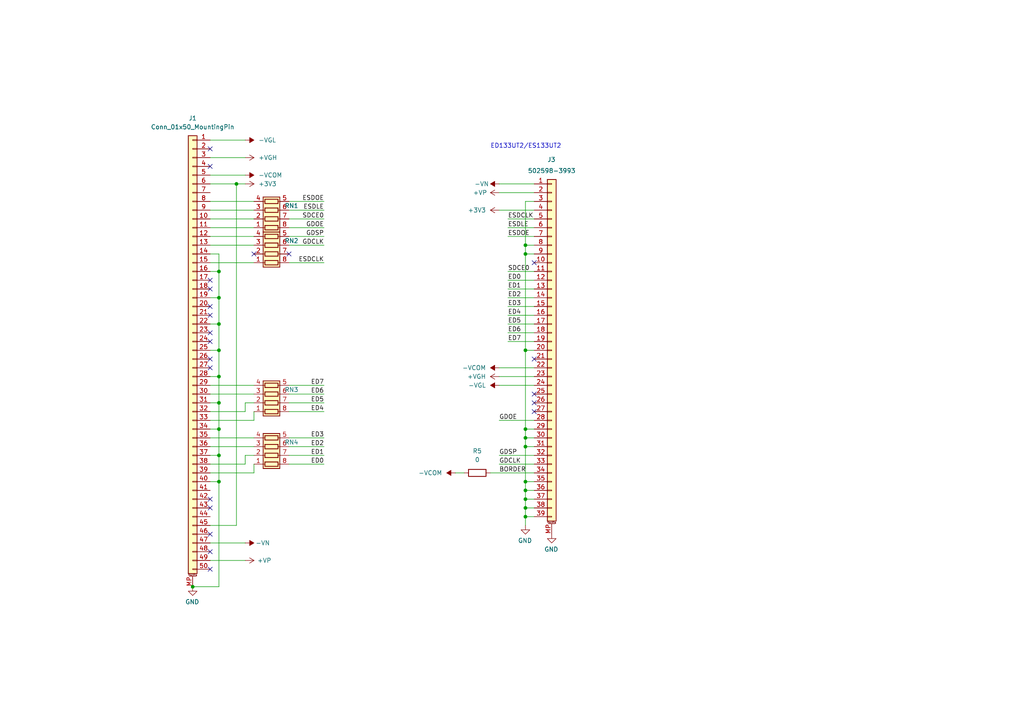
<source format=kicad_sch>
(kicad_sch (version 20231120) (generator "eeschema") (generator_version "8.0")
  (paper "A4")
  (title_block (title "u133_support") (date "2025-03-18") (rev "r0p1"))
  (lib_symbols
    (symbol "Connector_Generic_MountingPin:Conn_01x39_MountingPin" (pin_names (offset 1.016) hide)
      (property "Reference" "J" (at 0 50.8 0))
      (property "Value" "Conn_01x39_MountingPin" (at 1.27 -50.8 0))
      (symbol "Conn_01x39_MountingPin_1_1"
        (rectangle (start -1.27 -48.133) (end 0 -48.387) (stroke (width 0.1524)))
        (rectangle (start -1.27 -45.593) (end 0 -45.847) (stroke (width 0.1524)))
        (rectangle (start -1.27 -43.053) (end 0 -43.307) (stroke (width 0.1524)))
        (rectangle (start -1.27 -40.513) (end 0 -40.767) (stroke (width 0.1524)))
        (rectangle (start -1.27 -37.973) (end 0 -38.227) (stroke (width 0.1524)))
        (rectangle (start -1.27 -35.433) (end 0 -35.687) (stroke (width 0.1524)))
        (rectangle (start -1.27 -32.893) (end 0 -33.147) (stroke (width 0.1524)))
        (rectangle (start -1.27 -30.353) (end 0 -30.607) (stroke (width 0.1524)))
        (rectangle (start -1.27 -27.813) (end 0 -28.067) (stroke (width 0.1524)))
        (rectangle (start -1.27 -25.273) (end 0 -25.527) (stroke (width 0.1524)))
        (rectangle (start -1.27 -22.733) (end 0 -22.987) (stroke (width 0.1524)))
        (rectangle (start -1.27 -20.193) (end 0 -20.447) (stroke (width 0.1524)))
        (rectangle (start -1.27 -17.653) (end 0 -17.907) (stroke (width 0.1524)))
        (rectangle (start -1.27 -15.113) (end 0 -15.367) (stroke (width 0.1524)))
        (rectangle (start -1.27 -12.573) (end 0 -12.827) (stroke (width 0.1524)))
        (rectangle (start -1.27 -10.033) (end 0 -10.287) (stroke (width 0.1524)))
        (rectangle (start -1.27 -7.493) (end 0 -7.747) (stroke (width 0.1524)))
        (rectangle (start -1.27 -4.953) (end 0 -5.207) (stroke (width 0.1524)))
        (rectangle (start -1.27 -2.413) (end 0 -2.667) (stroke (width 0.1524)))
        (rectangle (start -1.27 0.127) (end 0 -0.127) (stroke (width 0.1524)))
        (rectangle (start -1.27 2.667) (end 0 2.413) (stroke (width 0.1524)))
        (rectangle (start -1.27 5.207) (end 0 4.953) (stroke (width 0.1524)))
        (rectangle (start -1.27 7.747) (end 0 7.493) (stroke (width 0.1524)))
        (rectangle (start -1.27 10.287) (end 0 10.033) (stroke (width 0.1524)))
        (rectangle (start -1.27 12.827) (end 0 12.573) (stroke (width 0.1524)))
        (rectangle (start -1.27 15.367) (end 0 15.113) (stroke (width 0.1524)))
        (rectangle (start -1.27 17.907) (end 0 17.653) (stroke (width 0.1524)))
        (rectangle (start -1.27 20.447) (end 0 20.193) (stroke (width 0.1524)))
        (rectangle (start -1.27 22.987) (end 0 22.733) (stroke (width 0.1524)))
        (rectangle (start -1.27 25.527) (end 0 25.273) (stroke (width 0.1524)))
        (rectangle (start -1.27 28.067) (end 0 27.813) (stroke (width 0.1524)))
        (rectangle (start -1.27 30.607) (end 0 30.353) (stroke (width 0.1524)))
        (rectangle (start -1.27 33.147) (end 0 32.893) (stroke (width 0.1524)))
        (rectangle (start -1.27 35.687) (end 0 35.433) (stroke (width 0.1524)))
        (rectangle (start -1.27 38.227) (end 0 37.973) (stroke (width 0.1524)))
        (rectangle (start -1.27 40.767) (end 0 40.513) (stroke (width 0.1524)))
        (rectangle (start -1.27 43.307) (end 0 43.053) (stroke (width 0.1524)))
        (rectangle (start -1.27 45.847) (end 0 45.593) (stroke (width 0.1524)))
        (rectangle (start -1.27 48.387) (end 0 48.133) (stroke (width 0.1524)))
        (rectangle (start -1.27 49.53) (end 1.27 -49.53) (stroke (width 0.254)) (fill (type background)))
        (polyline (pts (xy -1.016 -50.292) (xy 1.016 -50.292)) (stroke (width 0.1524)))
        (text "Mounting" (at 0 -49.911 0) (effects (font (size 0.381 0.381))))
        (pin passive line (at -5.08 48.26 0) (length 3.81) (name "Pin_1") (number "1"))
        (pin passive line (at -5.08 25.4 0) (length 3.81) (name "Pin_10") (number "10"))
        (pin passive line (at -5.08 22.86 0) (length 3.81) (name "Pin_11") (number "11"))
        (pin passive line (at -5.08 20.32 0) (length 3.81) (name "Pin_12") (number "12"))
        (pin passive line (at -5.08 17.78 0) (length 3.81) (name "Pin_13") (number "13"))
        (pin passive line (at -5.08 15.24 0) (length 3.81) (name "Pin_14") (number "14"))
        (pin passive line (at -5.08 12.7 0) (length 3.81) (name "Pin_15") (number "15"))
        (pin passive line (at -5.08 10.16 0) (length 3.81) (name "Pin_16") (number "16"))
        (pin passive line (at -5.08 7.62 0) (length 3.81) (name "Pin_17") (number "17"))
        (pin passive line (at -5.08 5.08 0) (length 3.81) (name "Pin_18") (number "18"))
        (pin passive line (at -5.08 2.54 0) (length 3.81) (name "Pin_19") (number "19"))
        (pin passive line (at -5.08 45.72 0) (length 3.81) (name "Pin_2") (number "2"))
        (pin passive line (at -5.08 0 0) (length 3.81) (name "Pin_20") (number "20"))
        (pin passive line (at -5.08 -2.54 0) (length 3.81) (name "Pin_21") (number "21"))
        (pin passive line (at -5.08 -5.08 0) (length 3.81) (name "Pin_22") (number "22"))
        (pin passive line (at -5.08 -7.62 0) (length 3.81) (name "Pin_23") (number "23"))
        (pin passive line (at -5.08 -10.16 0) (length 3.81) (name "Pin_24") (number "24"))
        (pin passive line (at -5.08 -12.7 0) (length 3.81) (name "Pin_25") (number "25"))
        (pin passive line (at -5.08 -15.24 0) (length 3.81) (name "Pin_26") (number "26"))
        (pin passive line (at -5.08 -17.78 0) (length 3.81) (name "Pin_27") (number "27"))
        (pin passive line (at -5.08 -20.32 0) (length 3.81) (name "Pin_28") (number "28"))
        (pin passive line (at -5.08 -22.86 0) (length 3.81) (name "Pin_29") (number "29"))
        (pin passive line (at -5.08 43.18 0) (length 3.81) (name "Pin_3") (number "3"))
        (pin passive line (at -5.08 -25.4 0) (length 3.81) (name "Pin_30") (number "30"))
        (pin passive line (at -5.08 -27.94 0) (length 3.81) (name "Pin_31") (number "31"))
        (pin passive line (at -5.08 -30.48 0) (length 3.81) (name "Pin_32") (number "32"))
        (pin passive line (at -5.08 -33.02 0) (length 3.81) (name "Pin_33") (number "33"))
        (pin passive line (at -5.08 -35.56 0) (length 3.81) (name "Pin_34") (number "34"))
        (pin passive line (at -5.08 -38.1 0) (length 3.81) (name "Pin_35") (number "35"))
        (pin passive line (at -5.08 -40.64 0) (length 3.81) (name "Pin_36") (number "36"))
        (pin passive line (at -5.08 -43.18 0) (length 3.81) (name "Pin_37") (number "37"))
        (pin passive line (at -5.08 -45.72 0) (length 3.81) (name "Pin_38") (number "38"))
        (pin passive line (at -5.08 -48.26 0) (length 3.81) (name "Pin_39") (number "39"))
        (pin passive line (at -5.08 40.64 0) (length 3.81) (name "Pin_4") (number "4"))
        (pin passive line (at -5.08 38.1 0) (length 3.81) (name "Pin_5") (number "5"))
        (pin passive line (at -5.08 35.56 0) (length 3.81) (name "Pin_6") (number "6"))
        (pin passive line (at -5.08 33.02 0) (length 3.81) (name "Pin_7") (number "7"))
        (pin passive line (at -5.08 30.48 0) (length 3.81) (name "Pin_8") (number "8"))
        (pin passive line (at -5.08 27.94 0) (length 3.81) (name "Pin_9") (number "9"))
        (pin passive line (at 0 -53.34 90) (length 3.048) (name "MountPin") (number "MP"))
      )
    )
    (symbol "Connector_Generic_MountingPin:Conn_01x50_MountingPin" (pin_names (offset 1.016) hide)
      (property "Reference" "J" (at 0 63.5 0))
      (property "Value" "Conn_01x50_MountingPin" (at 1.27 -66.04 0))
      (symbol "Conn_01x50_MountingPin_1_1"
        (rectangle (start -1.27 -63.373) (end 0 -63.627) (stroke (width 0.1524)))
        (rectangle (start -1.27 -60.833) (end 0 -61.087) (stroke (width 0.1524)))
        (rectangle (start -1.27 -58.293) (end 0 -58.547) (stroke (width 0.1524)))
        (rectangle (start -1.27 -55.753) (end 0 -56.007) (stroke (width 0.1524)))
        (rectangle (start -1.27 -53.213) (end 0 -53.467) (stroke (width 0.1524)))
        (rectangle (start -1.27 -50.673) (end 0 -50.927) (stroke (width 0.1524)))
        (rectangle (start -1.27 -48.133) (end 0 -48.387) (stroke (width 0.1524)))
        (rectangle (start -1.27 -45.593) (end 0 -45.847) (stroke (width 0.1524)))
        (rectangle (start -1.27 -43.053) (end 0 -43.307) (stroke (width 0.1524)))
        (rectangle (start -1.27 -40.513) (end 0 -40.767) (stroke (width 0.1524)))
        (rectangle (start -1.27 -37.973) (end 0 -38.227) (stroke (width 0.1524)))
        (rectangle (start -1.27 -35.433) (end 0 -35.687) (stroke (width 0.1524)))
        (rectangle (start -1.27 -32.893) (end 0 -33.147) (stroke (width 0.1524)))
        (rectangle (start -1.27 -30.353) (end 0 -30.607) (stroke (width 0.1524)))
        (rectangle (start -1.27 -27.813) (end 0 -28.067) (stroke (width 0.1524)))
        (rectangle (start -1.27 -25.273) (end 0 -25.527) (stroke (width 0.1524)))
        (rectangle (start -1.27 -22.733) (end 0 -22.987) (stroke (width 0.1524)))
        (rectangle (start -1.27 -20.193) (end 0 -20.447) (stroke (width 0.1524)))
        (rectangle (start -1.27 -17.653) (end 0 -17.907) (stroke (width 0.1524)))
        (rectangle (start -1.27 -15.113) (end 0 -15.367) (stroke (width 0.1524)))
        (rectangle (start -1.27 -12.573) (end 0 -12.827) (stroke (width 0.1524)))
        (rectangle (start -1.27 -10.033) (end 0 -10.287) (stroke (width 0.1524)))
        (rectangle (start -1.27 -7.493) (end 0 -7.747) (stroke (width 0.1524)))
        (rectangle (start -1.27 -4.953) (end 0 -5.207) (stroke (width 0.1524)))
        (rectangle (start -1.27 -2.413) (end 0 -2.667) (stroke (width 0.1524)))
        (rectangle (start -1.27 0.127) (end 0 -0.127) (stroke (width 0.1524)))
        (rectangle (start -1.27 2.667) (end 0 2.413) (stroke (width 0.1524)))
        (rectangle (start -1.27 5.207) (end 0 4.953) (stroke (width 0.1524)))
        (rectangle (start -1.27 7.747) (end 0 7.493) (stroke (width 0.1524)))
        (rectangle (start -1.27 10.287) (end 0 10.033) (stroke (width 0.1524)))
        (rectangle (start -1.27 12.827) (end 0 12.573) (stroke (width 0.1524)))
        (rectangle (start -1.27 15.367) (end 0 15.113) (stroke (width 0.1524)))
        (rectangle (start -1.27 17.907) (end 0 17.653) (stroke (width 0.1524)))
        (rectangle (start -1.27 20.447) (end 0 20.193) (stroke (width 0.1524)))
        (rectangle (start -1.27 22.987) (end 0 22.733) (stroke (width 0.1524)))
        (rectangle (start -1.27 25.527) (end 0 25.273) (stroke (width 0.1524)))
        (rectangle (start -1.27 28.067) (end 0 27.813) (stroke (width 0.1524)))
        (rectangle (start -1.27 30.607) (end 0 30.353) (stroke (width 0.1524)))
        (rectangle (start -1.27 33.147) (end 0 32.893) (stroke (width 0.1524)))
        (rectangle (start -1.27 35.687) (end 0 35.433) (stroke (width 0.1524)))
        (rectangle (start -1.27 38.227) (end 0 37.973) (stroke (width 0.1524)))
        (rectangle (start -1.27 40.767) (end 0 40.513) (stroke (width 0.1524)))
        (rectangle (start -1.27 43.307) (end 0 43.053) (stroke (width 0.1524)))
        (rectangle (start -1.27 45.847) (end 0 45.593) (stroke (width 0.1524)))
        (rectangle (start -1.27 48.387) (end 0 48.133) (stroke (width 0.1524)))
        (rectangle (start -1.27 50.927) (end 0 50.673) (stroke (width 0.1524)))
        (rectangle (start -1.27 53.467) (end 0 53.213) (stroke (width 0.1524)))
        (rectangle (start -1.27 56.007) (end 0 55.753) (stroke (width 0.1524)))
        (rectangle (start -1.27 58.547) (end 0 58.293) (stroke (width 0.1524)))
        (rectangle (start -1.27 61.087) (end 0 60.833) (stroke (width 0.1524)))
        (rectangle (start -1.27 62.23) (end 1.27 -64.77) (stroke (width 0.254)) (fill (type background)))
        (polyline (pts (xy -1.016 -65.532) (xy 1.016 -65.532)) (stroke (width 0.1524)))
        (text "Mounting" (at 0 -65.151 0) (effects (font (size 0.381 0.381))))
        (pin passive line (at -5.08 60.96 0) (length 3.81) (name "Pin_1") (number "1"))
        (pin passive line (at -5.08 38.1 0) (length 3.81) (name "Pin_10") (number "10"))
        (pin passive line (at -5.08 35.56 0) (length 3.81) (name "Pin_11") (number "11"))
        (pin passive line (at -5.08 33.02 0) (length 3.81) (name "Pin_12") (number "12"))
        (pin passive line (at -5.08 30.48 0) (length 3.81) (name "Pin_13") (number "13"))
        (pin passive line (at -5.08 27.94 0) (length 3.81) (name "Pin_14") (number "14"))
        (pin passive line (at -5.08 25.4 0) (length 3.81) (name "Pin_15") (number "15"))
        (pin passive line (at -5.08 22.86 0) (length 3.81) (name "Pin_16") (number "16"))
        (pin passive line (at -5.08 20.32 0) (length 3.81) (name "Pin_17") (number "17"))
        (pin passive line (at -5.08 17.78 0) (length 3.81) (name "Pin_18") (number "18"))
        (pin passive line (at -5.08 15.24 0) (length 3.81) (name "Pin_19") (number "19"))
        (pin passive line (at -5.08 58.42 0) (length 3.81) (name "Pin_2") (number "2"))
        (pin passive line (at -5.08 12.7 0) (length 3.81) (name "Pin_20") (number "20"))
        (pin passive line (at -5.08 10.16 0) (length 3.81) (name "Pin_21") (number "21"))
        (pin passive line (at -5.08 7.62 0) (length 3.81) (name "Pin_22") (number "22"))
        (pin passive line (at -5.08 5.08 0) (length 3.81) (name "Pin_23") (number "23"))
        (pin passive line (at -5.08 2.54 0) (length 3.81) (name "Pin_24") (number "24"))
        (pin passive line (at -5.08 0 0) (length 3.81) (name "Pin_25") (number "25"))
        (pin passive line (at -5.08 -2.54 0) (length 3.81) (name "Pin_26") (number "26"))
        (pin passive line (at -5.08 -5.08 0) (length 3.81) (name "Pin_27") (number "27"))
        (pin passive line (at -5.08 -7.62 0) (length 3.81) (name "Pin_28") (number "28"))
        (pin passive line (at -5.08 -10.16 0) (length 3.81) (name "Pin_29") (number "29"))
        (pin passive line (at -5.08 55.88 0) (length 3.81) (name "Pin_3") (number "3"))
        (pin passive line (at -5.08 -12.7 0) (length 3.81) (name "Pin_30") (number "30"))
        (pin passive line (at -5.08 -15.24 0) (length 3.81) (name "Pin_31") (number "31"))
        (pin passive line (at -5.08 -17.78 0) (length 3.81) (name "Pin_32") (number "32"))
        (pin passive line (at -5.08 -20.32 0) (length 3.81) (name "Pin_33") (number "33"))
        (pin passive line (at -5.08 -22.86 0) (length 3.81) (name "Pin_34") (number "34"))
        (pin passive line (at -5.08 -25.4 0) (length 3.81) (name "Pin_35") (number "35"))
        (pin passive line (at -5.08 -27.94 0) (length 3.81) (name "Pin_36") (number "36"))
        (pin passive line (at -5.08 -30.48 0) (length 3.81) (name "Pin_37") (number "37"))
        (pin passive line (at -5.08 -33.02 0) (length 3.81) (name "Pin_38") (number "38"))
        (pin passive line (at -5.08 -35.56 0) (length 3.81) (name "Pin_39") (number "39"))
        (pin passive line (at -5.08 53.34 0) (length 3.81) (name "Pin_4") (number "4"))
        (pin passive line (at -5.08 -38.1 0) (length 3.81) (name "Pin_40") (number "40"))
        (pin passive line (at -5.08 -40.64 0) (length 3.81) (name "Pin_41") (number "41"))
        (pin passive line (at -5.08 -43.18 0) (length 3.81) (name "Pin_42") (number "42"))
        (pin passive line (at -5.08 -45.72 0) (length 3.81) (name "Pin_43") (number "43"))
        (pin passive line (at -5.08 -48.26 0) (length 3.81) (name "Pin_44") (number "44"))
        (pin passive line (at -5.08 -50.8 0) (length 3.81) (name "Pin_45") (number "45"))
        (pin passive line (at -5.08 -53.34 0) (length 3.81) (name "Pin_46") (number "46"))
        (pin passive line (at -5.08 -55.88 0) (length 3.81) (name "Pin_47") (number "47"))
        (pin passive line (at -5.08 -58.42 0) (length 3.81) (name "Pin_48") (number "48"))
        (pin passive line (at -5.08 -60.96 0) (length 3.81) (name "Pin_49") (number "49"))
        (pin passive line (at -5.08 50.8 0) (length 3.81) (name "Pin_5") (number "5"))
        (pin passive line (at -5.08 -63.5 0) (length 3.81) (name "Pin_50") (number "50"))
        (pin passive line (at -5.08 48.26 0) (length 3.81) (name "Pin_6") (number "6"))
        (pin passive line (at -5.08 45.72 0) (length 3.81) (name "Pin_7") (number "7"))
        (pin passive line (at -5.08 43.18 0) (length 3.81) (name "Pin_8") (number "8"))
        (pin passive line (at -5.08 40.64 0) (length 3.81) (name "Pin_9") (number "9"))
        (pin passive line (at 0 -68.58 90) (length 3.048) (name "MountPin") (number "MP"))
      )
    )
    (symbol "Device:R" (pin_numbers hide) (pin_names (offset 0))
      (property "Reference" "R" (at 2.032 0 90))
      (property "Value" "R" (at 0 0 90))
      (symbol "R_0_1"
        (rectangle (start -1.016 -2.54) (end 1.016 2.54) (stroke (width 0.254)))
      )
      (symbol "R_1_1"
        (pin passive line (at 0 3.81 270) (length 1.27) (name "~") (number "1"))
        (pin passive line (at 0 -3.81 90) (length 1.27) (name "~") (number "2"))
      )
    )
    (symbol "Device:R_Pack04" (pin_names (offset 0) hide)
      (property "Reference" "RN" (at -7.62 0 90))
      (property "Value" "R_Pack04" (at 5.08 0 90))
      (symbol "R_Pack04_0_1"
        (rectangle (start -6.35 -2.413) (end 3.81 2.413) (stroke (width 0.254)) (fill (type background)))
        (rectangle (start -5.715 1.905) (end -4.445 -1.905) (stroke (width 0.254)))
        (rectangle (start -3.175 1.905) (end -1.905 -1.905) (stroke (width 0.254)))
        (rectangle (start -0.635 1.905) (end 0.635 -1.905) (stroke (width 0.254)))
        (polyline (pts (xy -5.08 -2.54) (xy -5.08 -1.905)))
        (polyline (pts (xy -5.08 1.905) (xy -5.08 2.54)))
        (polyline (pts (xy -2.54 -2.54) (xy -2.54 -1.905)))
        (polyline (pts (xy -2.54 1.905) (xy -2.54 2.54)))
        (polyline (pts (xy 0 -2.54) (xy 0 -1.905)))
        (polyline (pts (xy 0 1.905) (xy 0 2.54)))
        (polyline (pts (xy 2.54 -2.54) (xy 2.54 -1.905)))
        (polyline (pts (xy 2.54 1.905) (xy 2.54 2.54)))
        (rectangle (start 1.905 1.905) (end 3.175 -1.905) (stroke (width 0.254)))
      )
      (symbol "R_Pack04_1_1"
        (pin passive line (at -5.08 -5.08 90) (length 2.54) (name "R1.1") (number "1"))
        (pin passive line (at -2.54 -5.08 90) (length 2.54) (name "R2.1") (number "2"))
        (pin passive line (at 0 -5.08 90) (length 2.54) (name "R3.1") (number "3"))
        (pin passive line (at 2.54 -5.08 90) (length 2.54) (name "R4.1") (number "4"))
        (pin passive line (at 2.54 5.08 270) (length 2.54) (name "R4.2") (number "5"))
        (pin passive line (at 0 5.08 270) (length 2.54) (name "R3.2") (number "6"))
        (pin passive line (at -2.54 5.08 270) (length 2.54) (name "R2.2") (number "7"))
        (pin passive line (at -5.08 5.08 270) (length 2.54) (name "R1.2") (number "8"))
      )
    )
    (symbol "power:+3V3" (power) (pin_names (offset 0))
      (property "Value" "+3V3" (at 0 3.556 0))
      (symbol "+3V3_0_1"
        (polyline (pts (xy -0.762 1.27) (xy 0 2.54)))
        (polyline (pts (xy 0 0) (xy 0 2.54)))
        (polyline (pts (xy 0 2.54) (xy 0.762 1.27)))
      )
      (symbol "+3V3_1_1"
        (pin power_in line (at 0 0 90) (length 0) hide (name "+3V3") (number "1"))
      )
    )
    (symbol "power:GND" (power) (pin_names (offset 0))
      (property "Value" "GND" (at 0 -3.81 0))
      (symbol "GND_0_1"
        (polyline (pts (xy 0 0) (xy 0 -1.27) (xy 1.27 -1.27) (xy 0 -2.54) (xy -1.27 -1.27) (xy 0 -1.27)))
      )
      (symbol "GND_1_1"
        (pin power_in line (at 0 0 270) (length 0) hide (name "GND") (number "1"))
      )
    )
    (symbol "symbols:+V" (power) (pin_names (offset 0))
      (property "Value" "+V" (at 0 3.556 0))
      (symbol "+V_0_1"
        (polyline (pts (xy -0.762 1.27) (xy 0 2.54)))
        (polyline (pts (xy 0 0) (xy 0 2.54)))
        (polyline (pts (xy 0 2.54) (xy 0.762 1.27)))
      )
      (symbol "+V_1_1"
        (pin power_in line (at 0 0 90) (length 0) hide (name "~") (number "1"))
      )
    )
    (symbol "symbols:-V" (power) (pin_numbers hide) (pin_names (offset 0) hide)
      (property "Value" "-V" (at 0 3.556 0))
      (symbol "-V_0_0"
        (pin power_in line (at 0 0 90) (length 0) (name "~") (number "1"))
      )
      (symbol "-V_0_1"
        (polyline (pts (xy 0 0) (xy 0 1.27) (xy 0.762 1.27) (xy 0 2.54) (xy -0.762 1.27) (xy 0 1.27)) (fill (type outline)))
      )
    )
  )
  (junction (at 63.5 86.36))
  (junction (at 63.5 132.08))
  (junction (at 152.4 144.78))
  (junction (at 152.4 147.32))
  (junction (at 152.4 73.66))
  (junction (at 63.5 109.22))
  (junction (at 55.88 170.18))
  (junction (at 152.4 142.24))
  (junction (at 63.5 116.84))
  (junction (at 63.5 124.46))
  (junction (at 152.4 101.6))
  (junction (at 152.4 129.54))
  (junction (at 152.4 127))
  (junction (at 152.4 149.86))
  (junction (at 63.5 93.98))
  (junction (at 152.4 139.7))
  (junction (at 63.5 101.6))
  (junction (at 68.58 53.34))
  (junction (at 152.4 124.46))
  (junction (at 152.4 71.12))
  (junction (at 63.5 139.7))
  (junction (at 63.5 78.74))
  (no_connect (at 60.96 147.32))
  (no_connect (at 60.96 43.18))
  (no_connect (at 154.94 119.38))
  (no_connect (at 60.96 48.26))
  (no_connect (at 83.82 73.66))
  (no_connect (at 60.96 154.94))
  (no_connect (at 60.96 83.82))
  (no_connect (at 154.94 114.3))
  (no_connect (at 60.96 96.52))
  (no_connect (at 154.94 116.84))
  (no_connect (at 60.96 88.9))
  (no_connect (at 60.96 81.28))
  (no_connect (at 154.94 104.14))
  (no_connect (at 60.96 106.68))
  (no_connect (at 60.96 160.02))
  (no_connect (at 154.94 76.2))
  (no_connect (at 60.96 91.44))
  (no_connect (at 60.96 144.78))
  (no_connect (at 73.66 73.66))
  (no_connect (at 60.96 104.14))
  (no_connect (at 60.96 99.06))
  (no_connect (at 60.96 165.1))
  (wire (pts (xy 152.4 129.54) (xy 152.4 139.7)))
  (wire (pts (xy 144.78 106.68) (xy 154.94 106.68)))
  (wire (pts (xy 63.5 109.22) (xy 63.5 116.84)))
  (wire (pts (xy 60.96 101.6) (xy 63.5 101.6)))
  (wire (pts (xy 63.5 101.6) (xy 63.5 109.22)))
  (wire (pts (xy 60.96 60.96) (xy 73.66 60.96)))
  (wire (pts (xy 152.4 147.32) (xy 152.4 149.86)))
  (wire (pts (xy 68.58 53.34) (xy 71.12 53.34)))
  (wire (pts (xy 68.58 53.34) (xy 68.58 152.4)))
  (wire (pts (xy 60.96 127) (xy 73.66 127)))
  (wire (pts (xy 83.82 129.54) (xy 93.98 129.54)))
  (wire (pts (xy 152.4 139.7) (xy 154.94 139.7)))
  (wire (pts (xy 83.82 111.76) (xy 93.98 111.76)))
  (wire (pts (xy 63.5 116.84) (xy 63.5 124.46)))
  (wire (pts (xy 152.4 73.66) (xy 152.4 101.6)))
  (wire (pts (xy 147.32 81.28) (xy 154.94 81.28)))
  (wire (pts (xy 63.5 170.18) (xy 55.88 170.18)))
  (wire (pts (xy 93.98 63.5) (xy 83.82 63.5)))
  (wire (pts (xy 60.96 119.38) (xy 71.12 119.38)))
  (wire (pts (xy 152.4 58.42) (xy 152.4 71.12)))
  (wire (pts (xy 60.96 129.54) (xy 73.66 129.54)))
  (wire (pts (xy 152.4 73.66) (xy 154.94 73.66)))
  (wire (pts (xy 152.4 101.6) (xy 154.94 101.6)))
  (wire (pts (xy 147.32 99.06) (xy 154.94 99.06)))
  (wire (pts (xy 152.4 144.78) (xy 154.94 144.78)))
  (wire (pts (xy 93.98 68.58) (xy 83.82 68.58)))
  (wire (pts (xy 152.4 124.46) (xy 154.94 124.46)))
  (wire (pts (xy 147.32 63.5) (xy 154.94 63.5)))
  (wire (pts (xy 60.96 86.36) (xy 63.5 86.36)))
  (wire (pts (xy 60.96 78.74) (xy 63.5 78.74)))
  (wire (pts (xy 63.5 124.46) (xy 63.5 132.08)))
  (wire (pts (xy 93.98 60.96) (xy 83.82 60.96)))
  (wire (pts (xy 83.82 116.84) (xy 93.98 116.84)))
  (wire (pts (xy 147.32 93.98) (xy 154.94 93.98)))
  (wire (pts (xy 71.12 134.62) (xy 71.12 132.08)))
  (wire (pts (xy 147.32 66.04) (xy 154.94 66.04)))
  (wire (pts (xy 60.96 50.8) (xy 71.12 50.8)))
  (wire (pts (xy 60.96 152.4) (xy 68.58 152.4)))
  (wire (pts (xy 63.5 93.98) (xy 63.5 101.6)))
  (wire (pts (xy 60.96 109.22) (xy 63.5 109.22)))
  (wire (pts (xy 152.4 149.86) (xy 154.94 149.86)))
  (wire (pts (xy 60.96 53.34) (xy 68.58 53.34)))
  (wire (pts (xy 147.32 88.9) (xy 154.94 88.9)))
  (wire (pts (xy 60.96 157.48) (xy 71.12 157.48)))
  (wire (pts (xy 73.66 137.16) (xy 73.66 134.62)))
  (wire (pts (xy 147.32 96.52) (xy 154.94 96.52)))
  (wire (pts (xy 60.96 58.42) (xy 73.66 58.42)))
  (wire (pts (xy 152.4 142.24) (xy 152.4 144.78)))
  (wire (pts (xy 152.4 144.78) (xy 152.4 147.32)))
  (wire (pts (xy 152.4 139.7) (xy 152.4 142.24)))
  (wire (pts (xy 60.96 132.08) (xy 63.5 132.08)))
  (wire (pts (xy 154.94 121.92) (xy 144.78 121.92)))
  (wire (pts (xy 144.78 60.96) (xy 154.94 60.96)))
  (wire (pts (xy 60.96 116.84) (xy 63.5 116.84)))
  (wire (pts (xy 63.5 86.36) (xy 63.5 93.98)))
  (wire (pts (xy 152.4 71.12) (xy 152.4 73.66)))
  (wire (pts (xy 83.82 127) (xy 93.98 127)))
  (wire (pts (xy 154.94 132.08) (xy 144.78 132.08)))
  (wire (pts (xy 83.82 76.2) (xy 93.98 76.2)))
  (wire (pts (xy 154.94 58.42) (xy 152.4 58.42)))
  (wire (pts (xy 60.96 162.56) (xy 71.12 162.56)))
  (wire (pts (xy 83.82 114.3) (xy 93.98 114.3)))
  (wire (pts (xy 60.96 68.58) (xy 73.66 68.58)))
  (wire (pts (xy 73.66 121.92) (xy 73.66 119.38)))
  (wire (pts (xy 63.5 73.66) (xy 63.5 78.74)))
  (wire (pts (xy 60.96 139.7) (xy 63.5 139.7)))
  (wire (pts (xy 144.78 111.76) (xy 154.94 111.76)))
  (wire (pts (xy 63.5 78.74) (xy 63.5 86.36)))
  (wire (pts (xy 60.96 63.5) (xy 73.66 63.5)))
  (wire (pts (xy 144.78 109.22) (xy 154.94 109.22)))
  (wire (pts (xy 152.4 129.54) (xy 154.94 129.54)))
  (wire (pts (xy 60.96 93.98) (xy 63.5 93.98)))
  (wire (pts (xy 60.96 66.04) (xy 73.66 66.04)))
  (wire (pts (xy 152.4 71.12) (xy 154.94 71.12)))
  (wire (pts (xy 152.4 142.24) (xy 154.94 142.24)))
  (wire (pts (xy 71.12 132.08) (xy 73.66 132.08)))
  (wire (pts (xy 93.98 71.12) (xy 83.82 71.12)))
  (wire (pts (xy 152.4 147.32) (xy 154.94 147.32)))
  (wire (pts (xy 60.96 111.76) (xy 73.66 111.76)))
  (wire (pts (xy 71.12 116.84) (xy 73.66 116.84)))
  (wire (pts (xy 93.98 58.42) (xy 83.82 58.42)))
  (wire (pts (xy 60.96 45.72) (xy 71.12 45.72)))
  (wire (pts (xy 152.4 149.86) (xy 152.4 152.4)))
  (wire (pts (xy 147.32 68.58) (xy 154.94 68.58)))
  (wire (pts (xy 147.32 83.82) (xy 154.94 83.82)))
  (wire (pts (xy 60.96 73.66) (xy 63.5 73.66)))
  (wire (pts (xy 152.4 124.46) (xy 152.4 127)))
  (wire (pts (xy 147.32 86.36) (xy 154.94 86.36)))
  (wire (pts (xy 83.82 119.38) (xy 93.98 119.38)))
  (wire (pts (xy 152.4 101.6) (xy 152.4 124.46)))
  (wire (pts (xy 60.96 121.92) (xy 73.66 121.92)))
  (wire (pts (xy 71.12 119.38) (xy 71.12 116.84)))
  (wire (pts (xy 60.96 76.2) (xy 73.66 76.2)))
  (wire (pts (xy 60.96 137.16) (xy 73.66 137.16)))
  (wire (pts (xy 60.96 134.62) (xy 71.12 134.62)))
  (wire (pts (xy 132.08 137.16) (xy 134.62 137.16)))
  (wire (pts (xy 60.96 40.64) (xy 71.12 40.64)))
  (wire (pts (xy 154.94 134.62) (xy 144.78 134.62)))
  (wire (pts (xy 142.24 137.16) (xy 154.94 137.16)))
  (wire (pts (xy 83.82 132.08) (xy 93.98 132.08)))
  (wire (pts (xy 152.4 127) (xy 154.94 127)))
  (wire (pts (xy 144.78 55.88) (xy 154.94 55.88)))
  (wire (pts (xy 63.5 132.08) (xy 63.5 139.7)))
  (wire (pts (xy 60.96 124.46) (xy 63.5 124.46)))
  (wire (pts (xy 83.82 134.62) (xy 93.98 134.62)))
  (wire (pts (xy 147.32 78.74) (xy 154.94 78.74)))
  (wire (pts (xy 147.32 91.44) (xy 154.94 91.44)))
  (wire (pts (xy 60.96 114.3) (xy 73.66 114.3)))
  (wire (pts (xy 93.98 66.04) (xy 83.82 66.04)))
  (wire (pts (xy 60.96 71.12) (xy 73.66 71.12)))
  (wire (pts (xy 63.5 139.7) (xy 63.5 170.18)))
  (wire (pts (xy 144.78 53.34) (xy 154.94 53.34)))
  (wire (pts (xy 152.4 127) (xy 152.4 129.54)))
  (text "ED133UT2/ES133UT2" (at 142.24 43.18 0) (effects (font (size 1.27 1.27)) (justify left bottom)))
  (label "BORDER" (at 144.78 137.16 0))
  (label "ESDOE" (at 93.98 58.42 180))
  (label "ED3" (at 147.32 88.9 0))
  (label "GDSP" (at 144.78 132.08 0))
  (label "ED4" (at 147.32 91.44 0))
  (label "ED2" (at 147.32 86.36 0))
  (label "ESDLE" (at 93.98 60.96 180))
  (label "SDCE0" (at 93.98 63.5 180))
  (label "GDCLK" (at 93.98 71.12 180))
  (label "ED1" (at 93.98 132.08 180))
  (label "ESDCLK" (at 93.98 76.2 180))
  (label "ESDOE" (at 147.32 68.58 0))
  (label "ED2" (at 93.98 129.54 180))
  (label "ED7" (at 147.32 99.06 0))
  (label "ED6" (at 93.98 114.3 180))
  (label "GDOE" (at 93.98 66.04 180))
  (label "ED5" (at 147.32 93.98 0))
  (label "ESDLE" (at 147.32 66.04 0))
  (label "ESDCLK" (at 147.32 63.5 0))
  (label "ED1" (at 147.32 83.82 0))
  (label "ED3" (at 93.98 127 180))
  (label "GDCLK" (at 144.78 134.62 0))
  (label "ED4" (at 93.98 119.38 180))
  (label "ED7" (at 93.98 111.76 180))
  (label "GDSP" (at 93.98 68.58 180))
  (label "SDCE0" (at 147.32 78.74 0))
  (label "GDOE" (at 144.78 121.92 0))
  (label "ED6" (at 147.32 96.52 0))
  (label "ED5" (at 93.98 116.84 180))
  (label "ED0" (at 147.32 81.28 0))
  (label "ED0" (at 93.98 134.62 180))
  (symbol (lib_id "Device:R_Pack04") (at 78.74 60.96 270) (mirror x) (unit 1)
    (property "Reference" "RN1" (at 82.55 59.69 90) (effects (justify left)))
    (property "Value" "33R / 4D02WGF330JTCE" (effects (hide yes)))
    (property "Footprint" "Resistor_SMD:R_Array_Convex_4x0402" (effects (hide yes)))
  )
  (symbol (lib_id "power:+3V3") (at 144.78 60.96 90) (unit 1)
    (property "Reference" "#PWR023" (effects (hide yes)))
    (property "Value" "+3V3" (at 140.97 60.9599 90) (effects (justify left)))
  )
  (symbol (lib_id "Connector_Generic_MountingPin:Conn_01x50_MountingPin") (at 55.88 101.6 0) (mirror y) (unit 1)
    (property "Reference" "J1" (at 55.88 34.29 0))
    (property "Value" "Conn_01x50_MountingPin" (at 55.88 36.83 0))
    (property "Footprint" "footprints:Xunpu_FPC-05F-50PH20_1x50-1MP_P0.50mm_Horizontal_Mirrored" (effects (hide yes)))
    (property "Description" "\"Generic connectable mounting pin connector, single row, 01x50, script generated\"" (effects (hide yes)))
  )
  (symbol (lib_id "Device:R_Pack04") (at 78.74 71.12 270) (mirror x) (unit 1)
    (property "Reference" "RN2" (at 82.55 69.85 90) (effects (justify left)))
    (property "Value" "33R / 4D02WGF330JTCE" (effects (hide yes)))
    (property "Footprint" "Resistor_SMD:R_Array_Convex_4x0402" (effects (hide yes)))
  )
  (symbol (lib_id "symbols:+V") (at 71.12 45.72 270) (mirror x) (unit 1)
    (property "Reference" "#PWR016" (effects (hide yes)))
    (property "Value" "+VGH" (at 74.93 45.7199 90) (effects (justify left)))
  )
  (symbol (lib_id "symbols:+V") (at 144.78 55.88 90) (mirror x) (unit 1)
    (property "Reference" "#PWR022" (effects (hide yes)))
    (property "Value" "+VP" (at 137.16 55.88 90) (effects (justify right)))
  )
  (symbol (lib_id "symbols:+V") (at 71.12 162.56 270) (mirror x) (unit 1)
    (property "Reference" "#PWR029" (effects (hide yes)))
    (property "Value" "+VP" (at 78.74 162.56 90) (effects (justify right)))
  )
  (symbol (lib_id "symbols:-V") (at 71.12 40.64 270) (mirror x) (unit 1)
    (property "Reference" "#PWR015" (effects (hide yes)))
    (property "Value" "-VGL" (at 74.93 40.6399 90) (effects (justify left)))
  )
  (symbol (lib_id "Device:R_Pack04") (at 78.74 114.3 270) (mirror x) (unit 1)
    (property "Reference" "RN3" (at 82.55 113.03 90) (effects (justify left)))
    (property "Value" "33R / 4D02WGF330JTCE" (effects (hide yes)))
    (property "Footprint" "Resistor_SMD:R_Array_Convex_4x0402" (effects (hide yes)))
  )
  (symbol (lib_id "Device:R") (at 138.43 137.16 270) (mirror x) (unit 1)
    (property "Reference" "R5" (at 138.43 130.81 90))
    (property "Value" "0" (at 138.43 133.35 90))
    (property "Footprint" "Resistor_SMD:R_0402_1005Metric" (effects (hide yes)))
    (property "Description" "Resistor" (effects (hide yes)))
  )
  (symbol (lib_id "symbols:+V") (at 71.12 53.34 270) (mirror x) (unit 1)
    (property "Reference" "#PWR018" (effects (hide yes)))
    (property "Value" "+3V3" (at 74.93 53.3399 90) (effects (justify left)))
  )
  (symbol (lib_id "power:GND") (at 160.02 154.94 0) (mirror y) (unit 1)
    (property "Reference" "#PWR028" (effects (hide yes)))
    (property "Value" "GND" (at 159.893 159.3342 0))
  )
  (symbol (lib_id "power:GND") (at 55.88 170.18 0) (mirror y) (unit 1)
    (property "Reference" "#PWR03" (effects (hide yes)))
    (property "Value" "GND" (at 55.753 174.5742 0))
  )
  (symbol (lib_id "symbols:-V") (at 144.78 106.68 90) (mirror x) (unit 1)
    (property "Reference" "#PWR024" (effects (hide yes)))
    (property "Value" "-VCOM" (at 140.97 106.6799 90) (effects (justify left)))
  )
  (symbol (lib_id "symbols:-V") (at 132.08 137.16 90) (mirror x) (unit 1)
    (property "Reference" "#PWR02" (effects (hide yes)))
    (property "Value" "-VCOM" (at 128.27 137.1599 90) (effects (justify left)))
  )
  (symbol (lib_id "symbols:-V") (at 71.12 157.48 270) (mirror x) (unit 1)
    (property "Reference" "#PWR020" (effects (hide yes)))
    (property "Value" "-VN" (at 76.2 157.48 90))
  )
  (symbol (lib_id "symbols:-V") (at 144.78 53.34 90) (mirror x) (unit 1)
    (property "Reference" "#PWR021" (effects (hide yes)))
    (property "Value" "-VN" (at 139.7 53.34 90))
  )
  (symbol (lib_id "Device:R_Pack04") (at 78.74 129.54 270) (mirror x) (unit 1)
    (property "Reference" "RN4" (at 82.55 128.27 90) (effects (justify left)))
    (property "Value" "33R / 4D02WGF330JTCE" (effects (hide yes)))
    (property "Footprint" "Resistor_SMD:R_Array_Convex_4x0402" (effects (hide yes)))
  )
  (symbol (lib_id "power:GND") (at 152.4 152.4 0) (mirror y) (unit 1)
    (property "Reference" "#PWR027" (effects (hide yes)))
    (property "Value" "GND" (at 152.273 156.7942 0))
  )
  (symbol (lib_id "Connector_Generic_MountingPin:Conn_01x39_MountingPin") (at 160.02 101.6 0) (unit 1)
    (property "Reference" "J3" (at 158.75 46.2914 0) (effects (justify left)))
    (property "Value" "502598-3993" (at 160.02 49.53 0))
    (property "Footprint" "footprints:Molex_5025983993" (effects (hide yes)))
    (property "LCSC" "609-10064555-392120HLFCT-ND" (effects (hide yes)))
    (property "Ref.Price" "0.95" (effects (hide yes)))
  )
  (symbol (lib_id "symbols:+V") (at 144.78 109.22 90) (mirror x) (unit 1)
    (property "Reference" "#PWR025" (effects (hide yes)))
    (property "Value" "+VGH" (at 140.97 109.2199 90) (effects (justify left)))
  )
  (symbol (lib_id "symbols:-V") (at 144.78 111.76 90) (mirror x) (unit 1)
    (property "Reference" "#PWR026" (effects (hide yes)))
    (property "Value" "-VGL" (at 140.97 111.7599 90) (effects (justify left)))
  )
  (symbol (lib_id "symbols:-V") (at 71.12 50.8 270) (mirror x) (unit 1)
    (property "Reference" "#PWR017" (effects (hide yes)))
    (property "Value" "-VCOM" (at 74.93 50.7999 90) (effects (justify left)))
  )
)
</source>
